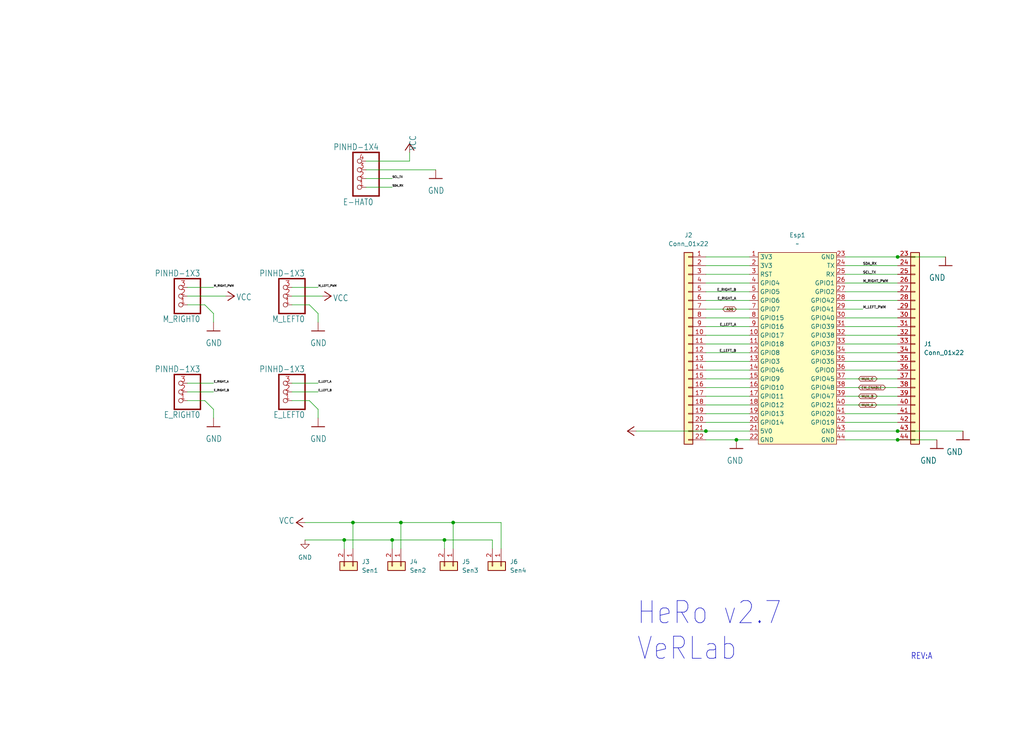
<source format=kicad_sch>
(kicad_sch (version 20250114) (generator "eeschema") (generator_version "9.0")
  (paper "User" 298.45 217.322)
  (lib_symbols
    (symbol "Conn_01x22_1" (pin_names (offset 1.016) (hide yes))
      (property "Reference" "J1" (at 2.54 0.0001 0))
      (property "Value" "Conn_01x22" (at 2.54 -2.5399 0))
      (symbol "Conn_01x22_1_1_1"
        (rectangle (start -1.27 26.67) (end 1.27 -29.21) (stroke (width 0.254)) (fill (type background)))
        (rectangle (start -1.27 25.527) (end 0 25.273) (stroke (width 0.1524)))
        (rectangle (start -1.27 22.987) (end 0 22.733) (stroke (width 0.1524)))
        (rectangle (start -1.27 20.447) (end 0 20.193) (stroke (width 0.1524)))
        (rectangle (start -1.27 17.907) (end 0 17.653) (stroke (width 0.1524)))
        (rectangle (start -1.27 15.367) (end 0 15.113) (stroke (width 0.1524)))
        (rectangle (start -1.27 12.827) (end 0 12.573) (stroke (width 0.1524)))
        (rectangle (start -1.27 10.287) (end 0 10.033) (stroke (width 0.1524)))
        (rectangle (start -1.27 7.747) (end 0 7.493) (stroke (width 0.1524)))
        (rectangle (start -1.27 5.207) (end 0 4.953) (stroke (width 0.1524)))
        (rectangle (start -1.27 2.667) (end 0 2.413) (stroke (width 0.1524)))
        (rectangle (start -1.27 0.127) (end 0 -0.127) (stroke (width 0.1524)))
        (rectangle (start -1.27 -2.413) (end 0 -2.667) (stroke (width 0.1524)))
        (rectangle (start -1.27 -4.953) (end 0 -5.207) (stroke (width 0.1524)))
        (rectangle (start -1.27 -7.493) (end 0 -7.747) (stroke (width 0.1524)))
        (rectangle (start -1.27 -10.033) (end 0 -10.287) (stroke (width 0.1524)))
        (rectangle (start -1.27 -12.573) (end 0 -12.827) (stroke (width 0.1524)))
        (rectangle (start -1.27 -15.113) (end 0 -15.367) (stroke (width 0.1524)))
        (rectangle (start -1.27 -17.653) (end 0 -17.907) (stroke (width 0.1524)))
        (rectangle (start -1.27 -20.193) (end 0 -20.447) (stroke (width 0.1524)))
        (rectangle (start -1.27 -22.733) (end 0 -22.987) (stroke (width 0.1524)))
        (rectangle (start -1.27 -25.273) (end 0 -25.527) (stroke (width 0.1524)))
        (rectangle (start -1.27 -27.813) (end 0 -28.067) (stroke (width 0.1524)))
        (pin passive line (at -5.08 25.4 0) (length 3.81) (name "Pin_23") (number "23"))
        (pin passive line (at -5.08 22.86 0) (length 3.81) (name "Pin_24") (number "24"))
        (pin passive line (at -5.08 20.32 0) (length 3.81) (name "Pin_3") (number "25"))
        (pin passive line (at -5.08 17.78 0) (length 3.81) (name "Pin_4") (number "26"))
        (pin passive line (at -5.08 15.24 0) (length 3.81) (name "Pin_5") (number "27"))
        (pin passive line (at -5.08 12.7 0) (length 3.81) (name "Pin_6") (number "28"))
        (pin passive line (at -5.08 10.16 0) (length 3.81) (name "Pin_7") (number "29"))
        (pin passive line (at -5.08 7.62 0) (length 3.81) (name "Pin_8") (number "30"))
        (pin passive line (at -5.08 5.08 0) (length 3.81) (name "Pin_9") (number "31"))
        (pin passive line (at -5.08 2.54 0) (length 3.81) (name "Pin_10") (number "32"))
        (pin passive line (at -5.08 0 0) (length 3.81) (name "Pin_11") (number "33"))
        (pin passive line (at -5.08 -2.54 0) (length 3.81) (name "Pin_12") (number "34"))
        (pin passive line (at -5.08 -5.08 0) (length 3.81) (name "Pin_13") (number "35"))
        (pin passive line (at -5.08 -7.62 0) (length 3.81) (name "Pin_14") (number "36"))
        (pin passive line (at -5.08 -10.16 0) (length 3.81) (name "Pin_15") (number "37"))
        (pin passive line (at -5.08 -12.7 0) (length 3.81) (name "Pin_16") (number "38"))
        (pin passive line (at -5.08 -15.24 0) (length 3.81) (name "Pin_17") (number "39"))
        (pin passive line (at -5.08 -17.78 0) (length 3.81) (name "Pin_18") (number "40"))
        (pin passive line (at -5.08 -20.32 0) (length 3.81) (name "Pin_19") (number "41"))
        (pin passive line (at -5.08 -22.86 0) (length 3.81) (name "Pin_20") (number "42"))
        (pin passive line (at -5.08 -25.4 0) (length 3.81) (name "Pin_21") (number "43"))
        (pin passive line (at -5.08 -27.94 0) (length 3.81) (name "Pin_22") (number "44"))
      )
    )
    (symbol "Connector_Generic:Conn_01x02" (pin_names (offset 1.016) (hide yes))
      (property "Reference" "J" (at 0 2.54 0))
      (property "Value" "Conn_01x02" (at 0 -5.08 0))
      (symbol "Conn_01x02_1_1"
        (rectangle (start -1.27 1.27) (end 1.27 -3.81) (stroke (width 0.254)) (fill (type background)))
        (rectangle (start -1.27 0.127) (end 0 -0.127) (stroke (width 0.1524)))
        (rectangle (start -1.27 -2.413) (end 0 -2.667) (stroke (width 0.1524)))
        (pin passive line (at -5.08 0 0) (length 3.81) (name "Pin_1") (number "1"))
        (pin passive line (at -5.08 -2.54 0) (length 3.81) (name "Pin_2") (number "2"))
      )
    )
    (symbol "Connector_Generic:Conn_01x22" (pin_names (offset 1.016) (hide yes))
      (property "Reference" "J2" (at 0 -34.29 0))
      (property "Value" "Conn_01x22" (at 0 -31.75 0))
      (symbol "Conn_01x22_1_1"
        (rectangle (start -1.27 26.67) (end 1.27 -29.21) (stroke (width 0.254)) (fill (type background)))
        (rectangle (start -1.27 25.527) (end 0 25.273) (stroke (width 0.1524)))
        (rectangle (start -1.27 22.987) (end 0 22.733) (stroke (width 0.1524)))
        (rectangle (start -1.27 20.447) (end 0 20.193) (stroke (width 0.1524)))
        (rectangle (start -1.27 17.907) (end 0 17.653) (stroke (width 0.1524)))
        (rectangle (start -1.27 15.367) (end 0 15.113) (stroke (width 0.1524)))
        (rectangle (start -1.27 12.827) (end 0 12.573) (stroke (width 0.1524)))
        (rectangle (start -1.27 10.287) (end 0 10.033) (stroke (width 0.1524)))
        (rectangle (start -1.27 7.747) (end 0 7.493) (stroke (width 0.1524)))
        (rectangle (start -1.27 5.207) (end 0 4.953) (stroke (width 0.1524)))
        (rectangle (start -1.27 2.667) (end 0 2.413) (stroke (width 0.1524)))
        (rectangle (start -1.27 0.127) (end 0 -0.127) (stroke (width 0.1524)))
        (rectangle (start -1.27 -2.413) (end 0 -2.667) (stroke (width 0.1524)))
        (rectangle (start -1.27 -4.953) (end 0 -5.207) (stroke (width 0.1524)))
        (rectangle (start -1.27 -7.493) (end 0 -7.747) (stroke (width 0.1524)))
        (rectangle (start -1.27 -10.033) (end 0 -10.287) (stroke (width 0.1524)))
        (rectangle (start -1.27 -12.573) (end 0 -12.827) (stroke (width 0.1524)))
        (rectangle (start -1.27 -15.113) (end 0 -15.367) (stroke (width 0.1524)))
        (rectangle (start -1.27 -17.653) (end 0 -17.907) (stroke (width 0.1524)))
        (rectangle (start -1.27 -20.193) (end 0 -20.447) (stroke (width 0.1524)))
        (rectangle (start -1.27 -22.733) (end 0 -22.987) (stroke (width 0.1524)))
        (rectangle (start -1.27 -25.273) (end 0 -25.527) (stroke (width 0.1524)))
        (rectangle (start -1.27 -27.813) (end 0 -28.067) (stroke (width 0.1524)))
        (pin passive line (at -5.08 25.4 0) (length 3.81) (name "Pin_1") (number "22"))
        (pin passive line (at -5.08 22.86 0) (length 3.81) (name "Pin_2") (number "21"))
        (pin passive line (at -5.08 20.32 0) (length 3.81) (name "Pin_3") (number "20"))
        (pin passive line (at -5.08 17.78 0) (length 3.81) (name "Pin_4") (number "19"))
        (pin passive line (at -5.08 15.24 0) (length 3.81) (name "Pin_5") (number "18"))
        (pin passive line (at -5.08 12.7 0) (length 3.81) (name "Pin_6") (number "17"))
        (pin passive line (at -5.08 10.16 0) (length 3.81) (name "Pin_7") (number "16"))
        (pin passive line (at -5.08 7.62 0) (length 3.81) (name "Pin_8") (number "15"))
        (pin passive line (at -5.08 5.08 0) (length 3.81) (name "Pin_9") (number "14"))
        (pin passive line (at -5.08 2.54 0) (length 3.81) (name "Pin_10") (number "13"))
        (pin passive line (at -5.08 0 0) (length 3.81) (name "Pin_11") (number "12"))
        (pin passive line (at -5.08 -2.54 0) (length 3.81) (name "Pin_12") (number "11"))
        (pin passive line (at -5.08 -5.08 0) (length 3.81) (name "Pin_13") (number "10"))
        (pin passive line (at -5.08 -7.62 0) (length 3.81) (name "Pin_14") (number "9"))
        (pin passive line (at -5.08 -10.16 0) (length 3.81) (name "Pin_15") (number "8"))
        (pin passive line (at -5.08 -12.7 0) (length 3.81) (name "Pin_16") (number "7"))
        (pin passive line (at -5.08 -15.24 0) (length 3.81) (name "Pin_17") (number "6"))
        (pin passive line (at -5.08 -17.78 0) (length 3.81) (name "Pin_18") (number "5"))
        (pin passive line (at -5.08 -20.32 0) (length 3.81) (name "Pin_19") (number "4"))
        (pin passive line (at -5.08 -22.86 0) (length 3.81) (name "Pin_20") (number "3"))
        (pin passive line (at -5.08 -25.4 0) (length 3.81) (name "Pin_21") (number "2"))
        (pin passive line (at -5.08 -27.94 0) (length 3.81) (name "1") (number "1"))
      )
    )
    (symbol "Esp32-S3:Esp32-S3"
      (property "Reference" "Esp1" (at -41.91 0 0))
      (property "Value" "~" (at -41.91 -2.54 0))
      (symbol "Esp32-S3_1_1"
        (rectangle (start -53.34 -5.08) (end -30.48 -60.96) (fill (type background)))
        (pin input line (at -55.88 -6.35 0) (length 2.54) (name "3V3") (number "1"))
        (pin input line (at -55.88 -8.89 0) (length 2.54) (name "3V3") (number "2"))
        (pin input line (at -55.88 -11.43 0) (length 2.54) (name "RST") (number "3"))
        (pin input line (at -55.88 -13.97 0) (length 2.54) (name "GPIO4") (number "4"))
        (pin input line (at -55.88 -16.51 0) (length 2.54) (name "GPIO5") (number "5"))
        (pin input line (at -55.88 -19.05 0) (length 2.54) (name "GPIO6") (number "6"))
        (pin input line (at -55.88 -21.59 0) (length 2.54) (name "GPIO7") (number "7"))
        (pin input line (at -55.88 -24.13 0) (length 2.54) (name "GPIO15") (number "8"))
        (pin input line (at -55.88 -26.67 0) (length 2.54) (name "GPIO16") (number "9"))
        (pin input line (at -55.88 -29.21 0) (length 2.54) (name "GPIO17") (number "10"))
        (pin input line (at -55.88 -31.75 0) (length 2.54) (name "GPIO18") (number "11"))
        (pin input line (at -55.88 -34.29 0) (length 2.54) (name "GPIO8") (number "12"))
        (pin input line (at -55.88 -36.83 0) (length 2.54) (name "GPIO3") (number "13"))
        (pin input line (at -55.88 -39.37 0) (length 2.54) (name "GPIO46") (number "14"))
        (pin input line (at -55.88 -41.91 0) (length 2.54) (name "GPIO9") (number "15"))
        (pin input line (at -55.88 -44.45 0) (length 2.54) (name "GPIO10") (number "16"))
        (pin input line (at -55.88 -46.99 0) (length 2.54) (name "GPIO11") (number "17"))
        (pin input line (at -55.88 -49.53 0) (length 2.54) (name "GPIO12") (number "18"))
        (pin input line (at -55.88 -52.07 0) (length 2.54) (name "GPIO13") (number "19"))
        (pin input line (at -55.88 -54.61 0) (length 2.54) (name "GPIO14") (number "20"))
        (pin input line (at -55.88 -57.15 0) (length 2.54) (name "5V0") (number "21"))
        (pin input line (at -55.88 -59.69 0) (length 2.54) (name "GND") (number "22"))
        (pin input line (at -27.94 -6.35 180) (length 2.54) (name "GND") (number "23"))
        (pin input line (at -27.94 -8.89 180) (length 2.54) (name "TX") (number "24"))
        (pin input line (at -27.94 -11.43 180) (length 2.54) (name "RX") (number "25"))
        (pin input line (at -27.94 -13.97 180) (length 2.54) (name "GPIO1") (number "26"))
        (pin input line (at -27.94 -16.51 180) (length 2.54) (name "GPIO2") (number "27"))
        (pin input line (at -27.94 -19.05 180) (length 2.54) (name "GPIO42") (number "28"))
        (pin input line (at -27.94 -21.59 180) (length 2.54) (name "GPIO41") (number "29"))
        (pin input line (at -27.94 -24.13 180) (length 2.54) (name "GPIO40") (number "30"))
        (pin input line (at -27.94 -26.67 180) (length 2.54) (name "GPIO39") (number "31"))
        (pin input line (at -27.94 -29.21 180) (length 2.54) (name "GPIO38") (number "32"))
        (pin input line (at -27.94 -31.75 180) (length 2.54) (name "GPIO37") (number "33"))
        (pin input line (at -27.94 -34.29 180) (length 2.54) (name "GPIO36") (number "34"))
        (pin input line (at -27.94 -36.83 180) (length 2.54) (name "GPIO35") (number "35"))
        (pin input line (at -27.94 -39.37 180) (length 2.54) (name "GPIO0") (number "36"))
        (pin input line (at -27.94 -41.91 180) (length 2.54) (name "GPIO45") (number "37"))
        (pin input line (at -27.94 -44.45 180) (length 2.54) (name "GPIO48") (number "38"))
        (pin input line (at -27.94 -46.99 180) (length 2.54) (name "GPIO47") (number "39"))
        (pin input line (at -27.94 -49.53 180) (length 2.54) (name "GPIO21") (number "40"))
        (pin input line (at -27.94 -52.07 180) (length 2.54) (name "GPIO20") (number "41"))
        (pin input line (at -27.94 -54.61 180) (length 2.54) (name "GPIO19") (number "42"))
        (pin input line (at -27.94 -57.15 180) (length 2.54) (name "GND") (number "43"))
        (pin input line (at -27.94 -59.69 180) (length 2.54) (name "GND") (number "44"))
      )
    )
    (symbol "board-eagle-import:pinhead_PINHD-1X3"
      (property "Reference" "JP" (at -6.35 5.715 0))
      (symbol "pinhead_PINHD-1X3_1_0"
        (polyline (pts (xy -6.35 5.08) (xy -6.35 -5.08)) (stroke (width 0.4064)))
        (polyline (pts (xy -6.35 -5.08) (xy 1.27 -5.08)) (stroke (width 0.4064)))
        (polyline (pts (xy 1.27 5.08) (xy -6.35 5.08)) (stroke (width 0.4064)))
        (polyline (pts (xy 1.27 -5.08) (xy 1.27 5.08)) (stroke (width 0.4064)))
        (pin passive inverted (at -2.54 2.54 0) (length 2.54) (name "1") (number "1"))
        (pin passive inverted (at -2.54 0 0) (length 2.54) (name "2") (number "2"))
        (pin passive inverted (at -2.54 -2.54 0) (length 2.54) (name "3") (number "3"))
      )
    )
    (symbol "board-eagle-import:pinhead_PINHD-1X4"
      (property "Reference" "JP" (at -6.35 8.255 0))
      (symbol "pinhead_PINHD-1X4_1_0"
        (polyline (pts (xy -6.35 7.62) (xy -6.35 -5.08)) (stroke (width 0.4064)))
        (polyline (pts (xy -6.35 -5.08) (xy 1.27 -5.08)) (stroke (width 0.4064)))
        (polyline (pts (xy 1.27 7.62) (xy -6.35 7.62)) (stroke (width 0.4064)))
        (polyline (pts (xy 1.27 -5.08) (xy 1.27 7.62)) (stroke (width 0.4064)))
        (pin passive inverted (at -2.54 5.08 0) (length 2.54) (name "1") (number "1"))
        (pin passive inverted (at -2.54 2.54 0) (length 2.54) (name "2") (number "2"))
        (pin passive inverted (at -2.54 0 0) (length 2.54) (name "3") (number "3"))
        (pin passive inverted (at -2.54 -2.54 0) (length 2.54) (name "4") (number "4"))
      )
    )
    (symbol "board-eagle-import:supply1_371_GND" (power)
      (symbol "supply1_371_GND_1_0"
        (polyline (pts (xy -1.905 0) (xy 1.905 0)) (stroke (width 0.254)))
        (pin power_in line (at 0 2.54 270) (length 2.54) (name "GND") (number "1"))
      )
    )
    (symbol "board-eagle-import:supply1_371_VCC" (power)
      (symbol "supply1_371_VCC_1_0"
        (polyline (pts (xy 0 0) (xy -1.27 -1.905)) (stroke (width 0.254)))
        (polyline (pts (xy 1.27 -1.905) (xy 0 0)) (stroke (width 0.254)))
        (pin power_in line (at 0 -2.54 90) (length 2.54) (name "VCC") (number "1"))
      )
    )
    (symbol "power:GND" (power) (pin_numbers (hide yes)) (pin_names (offset 0) (hide yes))
      (property "Value" "GND" (at 0 -3.81 0))
      (symbol "GND_0_1"
        (polyline (pts (xy 0 0) (xy 0 -1.27) (xy 1.27 -1.27) (xy 0 -2.54) (xy -1.27 -1.27) (xy 0 -1.27)))
      )
      (symbol "GND_1_1"
        (pin power_in line (at 0 0 270) (length 0) (name "~") (number "1"))
      )
    )
  )
  (text "HeRo v2.7\nVeRLab" (at 185.5 193.04 0) (effects (font (size 6.4516 5.4838)) (justify left bottom)))
  (text "REV:A" (at 265.43 192.532 0) (effects (font (size 1.778 1.5113)) (justify left bottom)))
  (junction (at 261.62 74.93))
  (junction (at 102.87 152.4))
  (junction (at 100.33 157.48))
  (junction (at 261.62 125.73))
  (junction (at 214.63 128.27))
  (junction (at 129.54 157.48))
  (junction (at 205.74 125.73))
  (junction (at 114.3 157.48))
  (junction (at 261.62 128.27))
  (junction (at 132.08 152.4))
  (junction (at 116.84 152.4))
  (wire (pts (xy 116.84 152.4) (xy 132.08 152.4)))
  (wire (pts (xy 185.42 125.73) (xy 205.74 125.73)))
  (wire (pts (xy 246.38 120.65) (xy 261.62 120.65)))
  (wire (pts (xy 85.09 116.84) (xy 90.17 116.84)) (stroke (width 0.1524)))
  (wire (pts (xy 92.71 91.44) (xy 92.71 93.98)) (stroke (width 0.1524)))
  (wire (pts (xy 85.09 83.82) (xy 92.71 83.82)) (stroke (width 0.1524)))
  (wire (pts (xy 205.74 85.09) (xy 218.44 85.09)))
  (wire (pts (xy 132.08 152.4) (xy 146.05 152.4)))
  (wire (pts (xy 246.38 110.49) (xy 261.62 110.49)))
  (wire (pts (xy 246.38 100.33) (xy 261.62 100.33)))
  (wire (pts (xy 54.61 83.82) (xy 62.23 83.82)) (stroke (width 0.1524)))
  (wire (pts (xy 205.74 82.55) (xy 218.44 82.55)))
  (wire (pts (xy 85.09 86.36) (xy 93.98 86.36)) (stroke (width 0.1524)))
  (wire (pts (xy 261.62 128.27) (xy 273.05 128.27)))
  (wire (pts (xy 205.74 120.65) (xy 218.44 120.65)))
  (wire (pts (xy 106.68 49.53) (xy 127 49.53)) (stroke (width 0.1524)))
  (wire (pts (xy 246.38 74.93) (xy 261.62 74.93)))
  (wire (pts (xy 106.68 46.99) (xy 119.38 46.99)) (stroke (width 0.1524)))
  (wire (pts (xy 102.87 152.4) (xy 102.87 160.02)))
  (wire (pts (xy 62.23 119.38) (xy 62.23 121.92)) (stroke (width 0.1524)))
  (wire (pts (xy 261.62 74.93) (xy 275.59 74.93)))
  (wire (pts (xy 116.84 152.4) (xy 102.87 152.4)))
  (wire (pts (xy 90.17 88.9) (xy 92.71 91.44)) (stroke (width 0.1524)))
  (wire (pts (xy 246.38 125.73) (xy 261.62 125.73)))
  (wire (pts (xy 54.61 111.76) (xy 62.23 111.76)) (stroke (width 0.1524)))
  (wire (pts (xy 54.61 114.3) (xy 62.23 114.3)) (stroke (width 0.1524)))
  (wire (pts (xy 116.84 152.4) (xy 116.84 160.02)))
  (wire (pts (xy 246.38 92.71) (xy 261.62 92.71)))
  (wire (pts (xy 106.68 54.61) (xy 114.3 54.61)) (stroke (width 0.1524)))
  (wire (pts (xy 54.61 86.36) (xy 65.786 86.36)) (stroke (width 0.1524)))
  (wire (pts (xy 132.08 160.02) (xy 132.08 152.4)))
  (wire (pts (xy 54.61 116.84) (xy 59.69 116.84)) (stroke (width 0.1524)))
  (wire (pts (xy 205.74 90.17) (xy 218.44 90.17)))
  (wire (pts (xy 92.71 119.38) (xy 92.71 121.92)) (stroke (width 0.1524)))
  (wire (pts (xy 119.38 46.99) (xy 119.38 44.45)) (stroke (width 0.1524)))
  (wire (pts (xy 205.74 113.03) (xy 218.44 113.03)))
  (wire (pts (xy 62.23 91.44) (xy 62.23 93.98)) (stroke (width 0.1524)))
  (wire (pts (xy 205.74 123.19) (xy 218.44 123.19)))
  (wire (pts (xy 246.38 123.19) (xy 261.62 123.19)))
  (wire (pts (xy 246.38 118.11) (xy 261.62 118.11)))
  (wire (pts (xy 205.74 97.79) (xy 218.44 97.79)))
  (wire (pts (xy 59.69 116.84) (xy 62.23 119.38)) (stroke (width 0.1524)))
  (wire (pts (xy 100.33 157.48) (xy 88.9 157.48)))
  (wire (pts (xy 246.38 95.25) (xy 261.62 95.25)))
  (wire (pts (xy 205.74 128.27) (xy 214.63 128.27)))
  (wire (pts (xy 205.74 100.33) (xy 218.44 100.33)))
  (wire (pts (xy 100.33 157.48) (xy 100.33 160.02)))
  (wire (pts (xy 246.38 107.95) (xy 261.62 107.95)))
  (wire (pts (xy 246.38 97.79) (xy 261.62 97.79)))
  (wire (pts (xy 129.54 157.48) (xy 143.51 157.48)))
  (wire (pts (xy 129.54 157.48) (xy 114.3 157.48)))
  (wire (pts (xy 129.54 157.48) (xy 129.54 160.02)))
  (wire (pts (xy 246.38 87.63) (xy 261.62 87.63)))
  (wire (pts (xy 205.74 92.71) (xy 218.44 92.71)))
  (wire (pts (xy 261.62 125.73) (xy 280.67 125.73)))
  (wire (pts (xy 205.74 87.63) (xy 218.44 87.63)))
  (wire (pts (xy 214.63 128.27) (xy 218.44 128.27)))
  (wire (pts (xy 205.74 125.73) (xy 218.44 125.73)))
  (wire (pts (xy 54.61 88.9) (xy 59.69 88.9)) (stroke (width 0.1524)))
  (wire (pts (xy 246.38 105.41) (xy 261.62 105.41)))
  (wire (pts (xy 114.3 157.48) (xy 114.3 160.02)))
  (wire (pts (xy 246.38 77.47) (xy 261.62 77.47)))
  (wire (pts (xy 205.74 102.87) (xy 218.44 102.87)))
  (wire (pts (xy 205.74 80.01) (xy 218.44 80.01)))
  (wire (pts (xy 106.68 52.07) (xy 114.3 52.07)) (stroke (width 0.1524)))
  (wire (pts (xy 85.09 114.3) (xy 92.71 114.3)) (stroke (width 0.1524)))
  (wire (pts (xy 205.74 107.95) (xy 218.44 107.95)))
  (wire (pts (xy 246.38 90.17) (xy 251.46 90.17)))
  (wire (pts (xy 59.69 88.9) (xy 62.23 91.44)) (stroke (width 0.1524)))
  (wire (pts (xy 246.38 82.55) (xy 261.62 82.55)))
  (wire (pts (xy 114.3 157.48) (xy 100.33 157.48)))
  (wire (pts (xy 246.38 80.01) (xy 261.62 80.01)))
  (wire (pts (xy 85.09 88.9) (xy 90.17 88.9)) (stroke (width 0.1524)))
  (wire (pts (xy 246.38 85.09) (xy 261.62 85.09)))
  (wire (pts (xy 246.38 113.03) (xy 261.62 113.03)))
  (wire (pts (xy 205.74 118.11) (xy 218.44 118.11)))
  (wire (pts (xy 205.74 74.93) (xy 218.44 74.93)))
  (wire (pts (xy 205.74 77.47) (xy 218.44 77.47)))
  (wire (pts (xy 205.74 115.57) (xy 218.44 115.57)))
  (wire (pts (xy 85.09 111.76) (xy 92.71 111.76)) (stroke (width 0.1524)))
  (wire (pts (xy 246.38 128.27) (xy 261.62 128.27)))
  (wire (pts (xy 205.74 110.49) (xy 218.44 110.49)))
  (wire (pts (xy 205.74 95.25) (xy 218.44 95.25)))
  (wire (pts (xy 102.87 152.4) (xy 88.9 152.4)))
  (wire (pts (xy 246.38 102.87) (xy 261.62 102.87)))
  (wire (pts (xy 246.38 115.57) (xy 261.62 115.57)))
  (wire (pts (xy 205.74 105.41) (xy 218.44 105.41)))
  (wire (pts (xy 90.17 116.84) (xy 92.71 119.38)) (stroke (width 0.1524)))
  (wire (pts (xy 146.05 152.4) (xy 146.05 160.02)))
  (wire (pts (xy 143.51 160.02) (xy 143.51 157.48)))
  (label "E_LEFT_B" (at 214.63 102.87 180) (effects (font (size 0.7112 0.7112))))
  (label "E_RIGHT_A" (at 62.23 111.76 0) (effects (font (size 0.569 0.569))))
  (label "E_LEFT_B" (at 92.71 114.3 0) (effects (font (size 0.569 0.569))))
  (label "SDA_RX" (at 251.46 77.47 0) (effects (font (size 0.7112 0.7112))))
  (label "E_LEFT_A" (at 92.71 111.76 0) (effects (font (size 0.569 0.569))))
  (label "M_RIGHT_PWM" (at 62.23 83.82 0) (effects (font (size 0.569 0.569))))
  (label "M_LEFT_PWM" (at 251.46 90.17 0) (effects (font (size 0.7112 0.7112))))
  (label "M_RIGHT_PWM" (at 251.46 82.55 0) (effects (font (size 0.7112 0.7112))))
  (label "E_LEFT_A" (at 214.63 95.25 180) (effects (font (size 0.7112 0.7112))))
  (label "SCL_TX" (at 114.3 52.07 0) (effects (font (size 0.569 0.569))))
  (label "SDA_RX" (at 114.3 54.61 0) (effects (font (size 0.569 0.569))))
  (label "E_RIGHT_B" (at 62.23 114.3 0) (effects (font (size 0.569 0.569))))
  (label "SCL_TX" (at 251.46 80.01 0) (effects (font (size 0.7112 0.7112))))
  (label "E_RIGHT_B" (at 214.63 85.09 180) (effects (font (size 0.7112 0.7112))))
  (label "M_LEFT_PWM" (at 92.71 83.82 0) (effects (font (size 0.569 0.569))))
  (label "E_RIGHT_A" (at 214.63 87.63 180) (effects (font (size 0.7112 0.7112))))
  (global_label "AD0" (shape bidirectional) (at 214.63 90.17 180) (effects (font (size 0.7112 0.7112))) (property "Intersheetrefs" "${INTERSHEET_REFS}" (effects (hide yes))))
  (global_label "MUX_A" (shape bidirectional) (at 250.19 118.11 0) (effects (font (size 0.7112 0.7112))) (property "Intersheetrefs" "${INTERSHEET_REFS}" (effects (hide yes))))
  (global_label "MUX_C" (shape bidirectional) (at 250.19 110.49 0) (effects (font (size 0.7112 0.7112))) (property "Intersheetrefs" "${INTERSHEET_REFS}" (effects (hide yes))))
  (global_label "EM_ENABLE" (shape bidirectional) (at 250.19 113.03 0) (effects (font (size 0.7112 0.7112))) (property "Intersheetrefs" "${INTERSHEET_REFS}" (effects (hide yes))))
  (global_label "MUX_B" (shape bidirectional) (at 250.19 115.57 0) (effects (font (size 0.7112 0.7112))) (property "Intersheetrefs" "${INTERSHEET_REFS}" (effects (hide yes))))
  (symbol (lib_id "board-eagle-import:supply1_371_GND") (at 62.23 96.52 0) (unit 1)
    (property "Reference" "#GND6" (effects (hide yes)))
    (property "Value" "GND" (at 64.77 99.06 0) (effects (font (size 1.778 1.5113)) (justify right top)))
  )
  (symbol (lib_id "board-eagle-import:supply1_371_GND") (at 214.63 130.81 0) (unit 1)
    (property "Reference" "#GND035" (effects (hide yes)))
    (property "Value" "GND" (at 216.662 133.35 0) (effects (font (size 1.778 1.5113)) (justify right top)))
  )
  (symbol (lib_id "Connector_Generic:Conn_01x02") (at 116.84 165.1 270) (unit 1)
    (property "Reference" "J4" (at 119.38 163.8299 90) (effects (justify left)))
    (property "Value" "Sen2" (at 119.38 166.3699 90) (effects (justify left)))
    (property "Footprint" "Connector_PinHeader_2.00mm:PinHeader_1x02_P2.00mm_Vertical" (effects (hide yes)))
    (property "Description" "Generic connector, single row, 01x02, script generated (kicad-library-utils/schlib/autogen/connector/)" (effects (hide yes)))
  )
  (symbol (lib_id "board-eagle-import:pinhead_PINHD-1X3") (at 52.07 114.3 180) (unit 1)
    (property "Reference" "E_RIGHT0" (at 58.42 120.015 0) (effects (font (size 1.778 1.5113)) (justify left bottom)))
    (property "Value" "PINHD-1X3" (at 58.42 106.68 0) (effects (font (size 1.778 1.5113)) (justify left bottom)))
    (property "Footprint" "board:1X03" (effects (hide yes)))
  )
  (symbol (lib_id "board-eagle-import:supply1_371_GND") (at 92.71 124.46 0) (unit 1)
    (property "Reference" "#GND9" (effects (hide yes)))
    (property "Value" "GND" (at 95.25 127 0) (effects (font (size 1.778 1.5113)) (justify right top)))
  )
  (symbol (lib_id "Connector_Generic:Conn_01x22") (at 200.66 102.87 180) (unit 1)
    (property "Reference" "J2" (at 200.66 68.58 0))
    (property "Value" "Conn_01x22" (at 200.66 71.12 0))
    (property "Footprint" "Connector_PinHeader_2.54mm:PinHeader_1x22_P2.54mm_Vertical" (effects (hide yes)))
    (property "Description" "Generic connector, single row, 01x22, script generated (kicad-library-utils/schlib/autogen/connector/)" (effects (hide yes)))
  )
  (symbol (lib_id "Connector_Generic:Conn_01x02") (at 102.87 165.1 270) (unit 1)
    (property "Reference" "J3" (at 105.41 163.8299 90) (effects (justify left)))
    (property "Value" "Sen1" (at 105.41 166.3699 90) (effects (justify left)))
    (property "Footprint" "Connector_PinHeader_2.00mm:PinHeader_1x02_P2.00mm_Vertical" (effects (hide yes)))
    (property "Description" "Generic connector, single row, 01x02, script generated (kicad-library-utils/schlib/autogen/connector/)" (effects (hide yes)))
  )
  (symbol (lib_id "board-eagle-import:pinhead_PINHD-1X3") (at 82.55 86.36 180) (unit 1)
    (property "Reference" "M_LEFT0" (at 88.9 92.075 0) (effects (font (size 1.778 1.5113)) (justify left bottom)))
    (property "Value" "PINHD-1X3" (at 88.9 78.74 0) (effects (font (size 1.778 1.5113)) (justify left bottom)))
    (property "Footprint" "board:1X03" (effects (hide yes)))
  )
  (symbol (lib_id "board-eagle-import:pinhead_PINHD-1X4") (at 104.14 49.53 180) (unit 1)
    (property "Reference" "E-HAT0" (at 108.8898 57.9628 0) (effects (font (size 1.778 1.5113)) (justify left bottom)))
    (property "Value" "PINHD-1X4" (at 110.49 41.91 0) (effects (font (size 1.778 1.5113)) (justify left bottom)))
    (property "Footprint" "board:1X04" (effects (hide yes)))
  )
  (symbol (lib_id "board-eagle-import:supply1_371_VCC") (at 68.326 86.36 270) (unit 1)
    (property "Reference" "#P+12" (effects (hide yes)))
    (property "Value" "VCC" (at 68.834 87.63 90) (effects (font (size 1.778 1.5113)) (justify left bottom)))
  )
  (symbol (lib_id "board-eagle-import:supply1_371_VCC") (at 86.36 152.4 90) (unit 1)
    (property "Reference" "#P+08" (effects (hide yes)))
    (property "Value" "VCC" (at 85.852 150.876 90) (effects (font (size 1.778 1.5113)) (justify left bottom)))
  )
  (symbol (lib_id "board-eagle-import:supply1_371_VCC") (at 119.38 41.91 0) (unit 1)
    (property "Reference" "#P+22" (effects (hide yes)))
    (property "Value" "VCC" (at 119.38 39.37 90) (effects (font (size 1.778 1.5113)) (justify right top)))
  )
  (symbol (lib_id "power:GND") (at 88.9 157.48 0) (unit 1)
    (property "Reference" "#PWR01" (effects (hide yes)))
    (property "Value" "GND" (at 88.9 162.56 0))
    (property "Description" "Power symbol creates a global label with name \"GND\" , ground" (effects (hide yes)))
  )
  (symbol (lib_id "Esp32-S3:Esp32-S3") (at 274.32 68.58 0) (unit 1)
    (property "Reference" "Esp1" (at 232.41 68.58 0))
    (property "Value" "~" (at 232.41 71.12 0))
    (property "Footprint" "Esp32-S3:Untitled" (effects (hide yes)))
  )
  (symbol (lib_id "board-eagle-import:supply1_371_GND") (at 127 52.07 0) (unit 1)
    (property "Reference" "#GND18" (effects (hide yes)))
    (property "Value" "GND" (at 129.54 54.61 0) (effects (font (size 1.778 1.5113)) (justify right top)))
  )
  (symbol (lib_id "board-eagle-import:supply1_371_VCC") (at 96.52 86.36 270) (unit 1)
    (property "Reference" "#P+13" (effects (hide yes)))
    (property "Value" "VCC" (at 97.028 87.884 90) (effects (font (size 1.778 1.5113)) (justify left bottom)))
  )
  (symbol (lib_id "board-eagle-import:pinhead_PINHD-1X3") (at 82.55 114.3 180) (unit 1)
    (property "Reference" "E_LEFT0" (at 88.9 120.015 0) (effects (font (size 1.778 1.5113)) (justify left bottom)))
    (property "Value" "PINHD-1X3" (at 88.9 106.68 0) (effects (font (size 1.778 1.5113)) (justify left bottom)))
    (property "Footprint" "board:1X03" (effects (hide yes)))
  )
  (symbol (lib_name "Conn_01x22_1") (lib_id "Connector_Generic:Conn_01x22") (at 266.7 100.33 0) (unit 1)
    (property "Reference" "J1" (at 269.24 100.3299 0) (effects (justify left)))
    (property "Value" "Conn_01x22" (at 269.24 102.8699 0) (effects (justify left)))
    (property "Footprint" "Connector_PinHeader_2.54mm:PinHeader_1x22_P2.54mm_Vertical" (effects (hide yes)))
    (property "Description" "Generic connector, single row, 01x22, script generated (kicad-library-utils/schlib/autogen/connector/)" (effects (hide yes)))
  )
  (symbol (lib_id "Connector_Generic:Conn_01x02") (at 146.05 165.1 270) (unit 1)
    (property "Reference" "J6" (at 148.59 163.8299 90) (effects (justify left)))
    (property "Value" "Sen4" (at 148.59 166.3699 90) (effects (justify left)))
    (property "Footprint" "Connector_PinHeader_2.00mm:PinHeader_1x02_P2.00mm_Vertical" (effects (hide yes)))
    (property "Description" "Generic connector, single row, 01x02, script generated (kicad-library-utils/schlib/autogen/connector/)" (effects (hide yes)))
  )
  (symbol (lib_id "board-eagle-import:supply1_371_GND") (at 273.05 130.81 0) (unit 1)
    (property "Reference" "#GND030" (effects (hide yes)))
    (property "Value" "GND" (at 273.05 133.35 0) (effects (font (size 1.778 1.5113)) (justify right top)))
  )
  (symbol (lib_id "board-eagle-import:supply1_371_GND") (at 275.59 77.47 0) (unit 1)
    (property "Reference" "#GND036" (effects (hide yes)))
    (property "Value" "GND" (at 275.59 80.01 0) (effects (font (size 1.778 1.5113)) (justify right top)))
  )
  (symbol (lib_id "board-eagle-import:supply1_371_GND") (at 92.71 96.52 0) (unit 1)
    (property "Reference" "#GND7" (effects (hide yes)))
    (property "Value" "GND" (at 95.25 99.06 0) (effects (font (size 1.778 1.5113)) (justify right top)))
  )
  (symbol (lib_id "board-eagle-import:pinhead_PINHD-1X3") (at 52.07 86.36 180) (unit 1)
    (property "Reference" "M_RIGHT0" (at 58.42 92.075 0) (effects (font (size 1.778 1.5113)) (justify left bottom)))
    (property "Value" "PINHD-1X3" (at 58.42 78.74 0) (effects (font (size 1.778 1.5113)) (justify left bottom)))
    (property "Footprint" "board:1X03" (effects (hide yes)))
  )
  (symbol (lib_id "board-eagle-import:supply1_371_GND") (at 62.23 124.46 0) (unit 1)
    (property "Reference" "#GND8" (effects (hide yes)))
    (property "Value" "GND" (at 64.77 127 0) (effects (font (size 1.778 1.5113)) (justify right top)))
  )
  (symbol (lib_id "board-eagle-import:supply1_371_VCC") (at 182.88 125.73 90) (unit 1)
    (property "Reference" "#P+1" (effects (hide yes)))
    (property "Value" "VCC" (effects (hide yes)))
  )
  (symbol (lib_id "board-eagle-import:supply1_371_GND") (at 280.67 128.27 0) (unit 1)
    (property "Reference" "#GND01" (effects (hide yes)))
    (property "Value" "GND" (at 280.67 130.81 0) (effects (font (size 1.778 1.5113)) (justify right top)))
  )
  (symbol (lib_id "Connector_Generic:Conn_01x02") (at 132.08 165.1 270) (unit 1)
    (property "Reference" "J5" (at 134.62 163.8299 90) (effects (justify left)))
    (property "Value" "Sen3" (at 134.62 166.3699 90) (effects (justify left)))
    (property "Footprint" "Connector_PinHeader_2.00mm:PinHeader_1x02_P2.00mm_Vertical" (effects (hide yes)))
    (property "Description" "Generic connector, single row, 01x02, script generated (kicad-library-utils/schlib/autogen/connector/)" (effects (hide yes)))
  )
)
</source>
